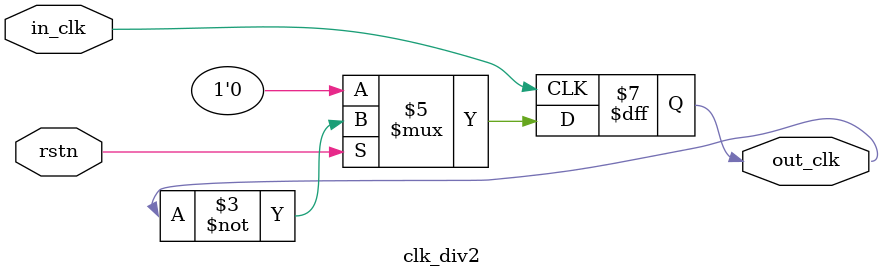
<source format=v>
`timescale 1ns / 1ps


module clk_div2 (
    input  in_clk,        // input clock
    input  rstn,          // active-low reset
    output reg out_clk    // output clock
);

    always @(posedge in_clk) begin // TODO: Not sure if this FF should have an async reset instead
        if (!rstn) begin
            out_clk <= 0;
        end else begin
            out_clk <= ~out_clk;
        end
    end

endmodule

</source>
